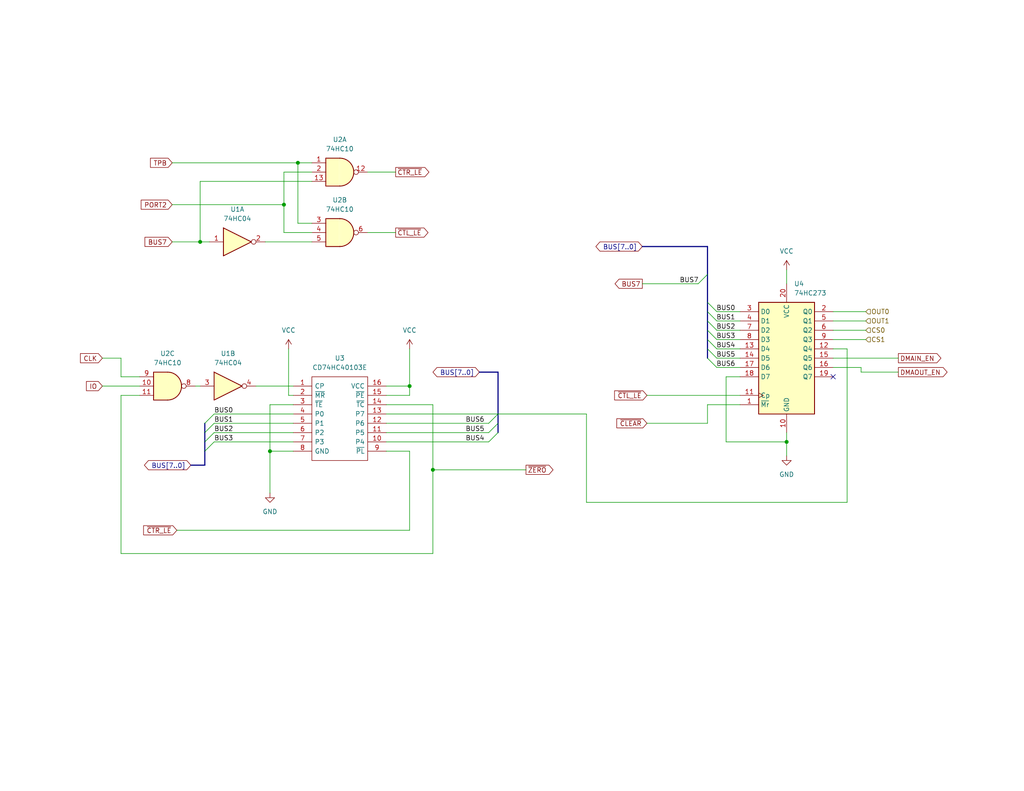
<source format=kicad_sch>
(kicad_sch (version 20211123) (generator eeschema)
  (paper "USLetter")
  (lib_symbols
    (symbol "74HCxx:74HC10" (pin_names (offset 1.016))
      (property "Reference" "U" (at 0 1.27 0))
      (property "Value" "74HC10" (at 0 -1.27 0))
      (symbol "74HC10_1_1"
        (arc (start 0 -3.81) (mid 3.81 0) (end 0 3.81) (stroke (width 0.254)) (fill (type background)))
        (polyline (pts (xy 0 3.81) (xy -3.81 3.81) (xy -3.81 -3.81) (xy 0 -3.81)) (stroke (width 0.254)) (fill (type background)))
        (pin input line (at -7.62 2.54 0) (length 3.81) (name "~") (number "1"))
        (pin output inverted (at 7.62 0 180) (length 3.81) (name "~") (number "12"))
        (pin input line (at -7.62 -2.54 0) (length 3.81) (name "~") (number "13"))
        (pin input line (at -7.62 0 0) (length 3.81) (name "~") (number "2"))
      )
      (symbol "74HC10_1_2"
        (arc (start -3.81 -3.81) (mid -2.589 0) (end -3.81 3.81) (stroke (width 0.254)))
        (arc (start -0.6096 -3.81) (mid 2.1842 -2.5851) (end 3.81 0) (stroke (width 0.254)) (fill (type background)))
        (polyline (pts (xy -3.81 -3.81) (xy -0.635 -3.81)) (stroke (width 0.254)) (fill (type background)))
        (polyline (pts (xy -3.81 3.81) (xy -0.635 3.81)) (stroke (width 0.254)) (fill (type background)))
        (polyline (pts (xy -0.635 3.81) (xy -3.81 3.81) (xy -3.81 3.81) (xy -3.556 3.4036) (xy -3.0226 2.2606) (xy -2.6924 1.0414) (xy -2.6162 -0.254) (xy -2.7686 -1.4986) (xy -3.175 -2.7178) (xy -3.81 -3.81) (xy -3.81 -3.81) (xy -0.635 -3.81)) (stroke (width -25.4)) (fill (type background)))
        (arc (start 3.81 0) (mid 2.1915 2.5936) (end -0.6096 3.81) (stroke (width 0.254)) (fill (type background)))
        (pin input inverted (at -7.62 2.54 0) (length 4.318) (name "~") (number "1"))
        (pin output line (at 7.62 0 180) (length 3.81) (name "~") (number "12"))
        (pin input inverted (at -7.62 -2.54 0) (length 4.318) (name "~") (number "13"))
        (pin input inverted (at -7.62 0 0) (length 4.953) (name "~") (number "2"))
      )
      (symbol "74HC10_2_1"
        (arc (start 0 -3.81) (mid 3.81 0) (end 0 3.81) (stroke (width 0.254)) (fill (type background)))
        (polyline (pts (xy 0 3.81) (xy -3.81 3.81) (xy -3.81 -3.81) (xy 0 -3.81)) (stroke (width 0.254)) (fill (type background)))
        (pin input line (at -7.62 2.54 0) (length 3.81) (name "~") (number "3"))
        (pin input line (at -7.62 0 0) (length 3.81) (name "~") (number "4"))
        (pin input line (at -7.62 -2.54 0) (length 3.81) (name "~") (number "5"))
        (pin output inverted (at 7.62 0 180) (length 3.81) (name "~") (number "6"))
      )
      (symbol "74HC10_2_2"
        (arc (start -3.81 -3.81) (mid -2.589 0) (end -3.81 3.81) (stroke (width 0.254)))
        (arc (start -0.6096 -3.81) (mid 2.1842 -2.5851) (end 3.81 0) (stroke (width 0.254)) (fill (type background)))
        (polyline (pts (xy -3.81 -3.81) (xy -0.635 -3.81)) (stroke (width 0.254)) (fill (type background)))
        (polyline (pts (xy -3.81 3.81) (xy -0.635 3.81)) (stroke (width 0.254)) (fill (type background)))
        (polyline (pts (xy -0.635 3.81) (xy -3.81 3.81) (xy -3.81 3.81) (xy -3.556 3.4036) (xy -3.0226 2.2606) (xy -2.6924 1.0414) (xy -2.6162 -0.254) (xy -2.7686 -1.4986) (xy -3.175 -2.7178) (xy -3.81 -3.81) (xy -3.81 -3.81) (xy -0.635 -3.81)) (stroke (width -25.4)) (fill (type background)))
        (arc (start 3.81 0) (mid 2.1915 2.5936) (end -0.6096 3.81) (stroke (width 0.254)) (fill (type background)))
        (pin input inverted (at -7.62 2.54 0) (length 4.318) (name "~") (number "3"))
        (pin input inverted (at -7.62 0 0) (length 4.953) (name "~") (number "4"))
        (pin input inverted (at -7.62 -2.54 0) (length 4.318) (name "~") (number "5"))
        (pin output line (at 7.62 0 180) (length 3.81) (name "~") (number "6"))
      )
      (symbol "74HC10_3_1"
        (arc (start 0 -3.81) (mid 3.81 0) (end 0 3.81) (stroke (width 0.254)) (fill (type background)))
        (polyline (pts (xy 0 3.81) (xy -3.81 3.81) (xy -3.81 -3.81) (xy 0 -3.81)) (stroke (width 0.254)) (fill (type background)))
        (pin input line (at -7.62 0 0) (length 3.81) (name "~") (number "10"))
        (pin input line (at -7.62 -2.54 0) (length 3.81) (name "~") (number "11"))
        (pin output inverted (at 7.62 0 180) (length 3.81) (name "~") (number "8"))
        (pin input line (at -7.62 2.54 0) (length 3.81) (name "~") (number "9"))
      )
      (symbol "74HC10_3_2"
        (arc (start -3.81 -3.81) (mid -2.589 0) (end -3.81 3.81) (stroke (width 0.254)))
        (arc (start -0.6096 -3.81) (mid 2.1842 -2.5851) (end 3.81 0) (stroke (width 0.254)) (fill (type background)))
        (polyline (pts (xy -3.81 -3.81) (xy -0.635 -3.81)) (stroke (width 0.254)) (fill (type background)))
        (polyline (pts (xy -3.81 3.81) (xy -0.635 3.81)) (stroke (width 0.254)) (fill (type background)))
        (polyline (pts (xy -0.635 3.81) (xy -3.81 3.81) (xy -3.81 3.81) (xy -3.556 3.4036) (xy -3.0226 2.2606) (xy -2.6924 1.0414) (xy -2.6162 -0.254) (xy -2.7686 -1.4986) (xy -3.175 -2.7178) (xy -3.81 -3.81) (xy -3.81 -3.81) (xy -0.635 -3.81)) (stroke (width -25.4)) (fill (type background)))
        (arc (start 3.81 0) (mid 2.1915 2.5936) (end -0.6096 3.81) (stroke (width 0.254)) (fill (type background)))
        (pin input inverted (at -7.62 0 0) (length 4.953) (name "~") (number "10"))
        (pin input inverted (at -7.62 -2.54 0) (length 4.318) (name "~") (number "11"))
        (pin output line (at 7.62 0 180) (length 3.81) (name "~") (number "8"))
        (pin input inverted (at -7.62 2.54 0) (length 4.318) (name "~") (number "9"))
      )
      (symbol "74HC10_4_0"
        (pin power_in line (at 0 12.7 270) (length 5.08) (name "VCC") (number "14"))
        (pin power_in line (at 0 -12.7 90) (length 5.08) (name "GND") (number "7"))
      )
      (symbol "74HC10_4_1"
        (rectangle (start -5.08 7.62) (end 5.08 -7.62) (stroke (width 0.254)) (fill (type background)))
      )
    )
    (symbol "74HCxx:CD74HC40103E" (pin_names (offset 0.762))
      (property "Reference" "U" (at 21.59 7.62 0))
      (property "Value" "CD74HC40103E" (at 21.59 5.08 0))
      (symbol "CD74HC40103E_0_0"
        (pin passive line (at 0 0 0) (length 5.08) (name "CP") (number "1"))
        (pin passive line (at 25.4 -15.24 180) (length 5.08) (name "P4") (number "10"))
        (pin passive line (at 25.4 -12.7 180) (length 5.08) (name "P5") (number "11"))
        (pin passive line (at 25.4 -10.16 180) (length 5.08) (name "P6") (number "12"))
        (pin passive line (at 25.4 -7.62 180) (length 5.08) (name "P7") (number "13"))
        (pin passive line (at 25.4 -5.08 180) (length 5.08) (name "~{TC}") (number "14"))
        (pin passive line (at 25.4 -2.54 180) (length 5.08) (name "~{PE}") (number "15"))
        (pin passive line (at 25.4 0 180) (length 5.08) (name "VCC") (number "16"))
        (pin passive line (at 0 -2.54 0) (length 5.08) (name "~{MR}") (number "2"))
        (pin passive line (at 0 -5.08 0) (length 5.08) (name "~{TE}") (number "3"))
        (pin passive line (at 0 -7.62 0) (length 5.08) (name "P0") (number "4"))
        (pin passive line (at 0 -10.16 0) (length 5.08) (name "P1") (number "5"))
        (pin passive line (at 0 -12.7 0) (length 5.08) (name "P2") (number "6"))
        (pin passive line (at 0 -15.24 0) (length 5.08) (name "P3") (number "7"))
        (pin passive line (at 0 -17.78 0) (length 5.08) (name "GND") (number "8"))
        (pin passive line (at 25.4 -17.78 180) (length 5.08) (name "~{PL}") (number "9"))
      )
      (symbol "CD74HC40103E_0_1"
        (polyline (pts (xy 5.08 2.54) (xy 20.32 2.54) (xy 20.32 -20.32) (xy 5.08 -20.32) (xy 5.08 2.54)) (stroke (width 0.1524)))
      )
    )
    (symbol "74xx:74HC04"
      (property "Reference" "U" (at 0 1.27 0))
      (property "Value" "74HC04" (at 0 -1.27 0))
      (symbol "74HC04_1_0"
        (polyline (pts (xy -3.81 3.81) (xy -3.81 -3.81) (xy 3.81 0) (xy -3.81 3.81)) (stroke (width 0.254)) (fill (type background)))
        (pin input line (at -7.62 0 0) (length 3.81) (name "~") (number "1"))
        (pin output inverted (at 7.62 0 180) (length 3.81) (name "~") (number "2"))
      )
      (symbol "74HC04_2_0"
        (polyline (pts (xy -3.81 3.81) (xy -3.81 -3.81) (xy 3.81 0) (xy -3.81 3.81)) (stroke (width 0.254)) (fill (type background)))
        (pin input line (at -7.62 0 0) (length 3.81) (name "~") (number "3"))
        (pin output inverted (at 7.62 0 180) (length 3.81) (name "~") (number "4"))
      )
      (symbol "74HC04_3_0"
        (polyline (pts (xy -3.81 3.81) (xy -3.81 -3.81) (xy 3.81 0) (xy -3.81 3.81)) (stroke (width 0.254)) (fill (type background)))
        (pin input line (at -7.62 0 0) (length 3.81) (name "~") (number "5"))
        (pin output inverted (at 7.62 0 180) (length 3.81) (name "~") (number "6"))
      )
      (symbol "74HC04_4_0"
        (polyline (pts (xy -3.81 3.81) (xy -3.81 -3.81) (xy 3.81 0) (xy -3.81 3.81)) (stroke (width 0.254)) (fill (type background)))
        (pin output inverted (at 7.62 0 180) (length 3.81) (name "~") (number "8"))
        (pin input line (at -7.62 0 0) (length 3.81) (name "~") (number "9"))
      )
      (symbol "74HC04_5_0"
        (polyline (pts (xy -3.81 3.81) (xy -3.81 -3.81) (xy 3.81 0) (xy -3.81 3.81)) (stroke (width 0.254)) (fill (type background)))
        (pin output inverted (at 7.62 0 180) (length 3.81) (name "~") (number "10"))
        (pin input line (at -7.62 0 0) (length 3.81) (name "~") (number "11"))
      )
      (symbol "74HC04_6_0"
        (polyline (pts (xy -3.81 3.81) (xy -3.81 -3.81) (xy 3.81 0) (xy -3.81 3.81)) (stroke (width 0.254)) (fill (type background)))
        (pin output inverted (at 7.62 0 180) (length 3.81) (name "~") (number "12"))
        (pin input line (at -7.62 0 0) (length 3.81) (name "~") (number "13"))
      )
      (symbol "74HC04_7_0"
        (pin power_in line (at 0 12.7 270) (length 5.08) (name "VCC") (number "14"))
        (pin power_in line (at 0 -12.7 90) (length 5.08) (name "GND") (number "7"))
      )
      (symbol "74HC04_7_1"
        (rectangle (start -5.08 7.62) (end 5.08 -7.62) (stroke (width 0.254)) (fill (type background)))
      )
    )
    (symbol "74xx:74HC273"
      (property "Reference" "U" (at -7.62 16.51 0))
      (property "Value" "74HC273" (at -7.62 -16.51 0))
      (symbol "74HC273_1_0"
        (pin input line (at -12.7 -12.7 0) (length 5.08) (name "~{Mr}") (number "1"))
        (pin power_in line (at 0 -20.32 90) (length 5.08) (name "GND") (number "10"))
        (pin input clock (at -12.7 -10.16 0) (length 5.08) (name "Cp") (number "11"))
        (pin output line (at 12.7 2.54 180) (length 5.08) (name "Q4") (number "12"))
        (pin input line (at -12.7 2.54 0) (length 5.08) (name "D4") (number "13"))
        (pin input line (at -12.7 0 0) (length 5.08) (name "D5") (number "14"))
        (pin output line (at 12.7 0 180) (length 5.08) (name "Q5") (number "15"))
        (pin output line (at 12.7 -2.54 180) (length 5.08) (name "Q6") (number "16"))
        (pin input line (at -12.7 -2.54 0) (length 5.08) (name "D6") (number "17"))
        (pin input line (at -12.7 -5.08 0) (length 5.08) (name "D7") (number "18"))
        (pin output line (at 12.7 -5.08 180) (length 5.08) (name "Q7") (number "19"))
        (pin output line (at 12.7 12.7 180) (length 5.08) (name "Q0") (number "2"))
        (pin power_in line (at 0 20.32 270) (length 5.08) (name "VCC") (number "20"))
        (pin input line (at -12.7 12.7 0) (length 5.08) (name "D0") (number "3"))
        (pin input line (at -12.7 10.16 0) (length 5.08) (name "D1") (number "4"))
        (pin output line (at 12.7 10.16 180) (length 5.08) (name "Q1") (number "5"))
        (pin output line (at 12.7 7.62 180) (length 5.08) (name "Q2") (number "6"))
        (pin input line (at -12.7 7.62 0) (length 5.08) (name "D2") (number "7"))
        (pin input line (at -12.7 5.08 0) (length 5.08) (name "D3") (number "8"))
        (pin output line (at 12.7 5.08 180) (length 5.08) (name "Q3") (number "9"))
      )
      (symbol "74HC273_1_1"
        (rectangle (start -7.62 15.24) (end 7.62 -15.24) (stroke (width 0.254)) (fill (type background)))
      )
    )
    (symbol "power:GND" (power) (pin_names (offset 0))
      (property "Value" "GND" (at 0 -3.81 0))
      (symbol "GND_0_1"
        (polyline (pts (xy 0 0) (xy 0 -1.27) (xy 1.27 -1.27) (xy 0 -2.54) (xy -1.27 -1.27) (xy 0 -1.27)))
      )
      (symbol "GND_1_1"
        (pin power_in line (at 0 0 270) (length 0) hide (name "GND") (number "1"))
      )
    )
    (symbol "power:VCC" (power) (pin_names (offset 0))
      (property "Value" "VCC" (at 0 3.81 0))
      (symbol "VCC_0_1"
        (polyline (pts (xy -0.762 1.27) (xy 0 2.54)))
        (polyline (pts (xy 0 0) (xy 0 2.54)))
        (polyline (pts (xy 0 2.54) (xy 0.762 1.27)))
      )
      (symbol "VCC_1_1"
        (pin power_in line (at 0 0 90) (length 0) hide (name "VCC") (number "1"))
      )
    )
  )
  (junction (at 111.76 105.41))
  (junction (at 54.61 66.04))
  (junction (at 81.28 44.45))
  (junction (at 77.47 55.88))
  (junction (at 73.66 123.19))
  (junction (at 214.63 120.65))
  (junction (at 118.11 128.27))
  (no_connect (at 227.33 102.87))
  (bus_entry (at 133.35 120.65) (size 2.54 -2.54))
  (bus_entry (at 55.88 115.57) (size 2.54 -2.54))
  (bus_entry (at 55.88 118.11) (size 2.54 -2.54))
  (bus_entry (at 55.88 120.65) (size 2.54 -2.54))
  (bus_entry (at 193.04 97.79) (size 2.54 2.54))
  (bus_entry (at 190.5 77.47) (size 2.54 -2.54))
  (bus_entry (at 193.04 95.25) (size 2.54 2.54))
  (bus_entry (at 193.04 92.71) (size 2.54 2.54))
  (bus_entry (at 193.04 85.09) (size 2.54 2.54))
  (bus_entry (at 193.04 82.55) (size 2.54 2.54))
  (bus_entry (at 193.04 87.63) (size 2.54 2.54))
  (bus_entry (at 193.04 90.17) (size 2.54 2.54))
  (bus_entry (at 55.88 123.19) (size 2.54 -2.54))
  (bus_entry (at 133.35 118.11) (size 2.54 -2.54))
  (bus_entry (at 133.35 115.57) (size 2.54 -2.54))
  (wire (pts (xy 77.47 46.99) (xy 77.47 55.88)))
  (wire (pts (xy 111.76 123.19) (xy 111.76 144.78)))
  (wire (pts (xy 33.02 107.95) (xy 38.1 107.95)))
  (wire (pts (xy 234.95 100.33) (xy 234.95 101.6)))
  (wire (pts (xy 73.66 110.49) (xy 73.66 123.19)))
  (wire (pts (xy 33.02 97.79) (xy 33.02 102.87)))
  (wire (pts (xy 231.14 95.25) (xy 231.14 137.16)))
  (wire (pts (xy 175.26 77.47) (xy 190.5 77.47)))
  (wire (pts (xy 54.61 49.53) (xy 54.61 66.04)))
  (wire (pts (xy 135.89 113.03) (xy 160.02 113.03)))
  (bus (pts (xy 55.88 120.65) (xy 55.88 123.19)))
  (wire (pts (xy 81.28 60.96) (xy 81.28 44.45)))
  (wire (pts (xy 73.66 123.19) (xy 73.66 134.62)))
  (wire (pts (xy 54.61 66.04) (xy 57.15 66.04)))
  (wire (pts (xy 111.76 105.41) (xy 111.76 107.95)))
  (wire (pts (xy 198.12 120.65) (xy 214.63 120.65)))
  (wire (pts (xy 105.41 120.65) (xy 133.35 120.65)))
  (bus (pts (xy 193.04 92.71) (xy 193.04 95.25)))
  (bus (pts (xy 193.04 95.25) (xy 193.04 97.79)))
  (wire (pts (xy 77.47 55.88) (xy 77.47 63.5)))
  (wire (pts (xy 105.41 105.41) (xy 111.76 105.41)))
  (wire (pts (xy 118.11 110.49) (xy 118.11 128.27)))
  (wire (pts (xy 72.39 66.04) (xy 85.09 66.04)))
  (wire (pts (xy 77.47 46.99) (xy 85.09 46.99)))
  (wire (pts (xy 111.76 105.41) (xy 111.76 95.25)))
  (wire (pts (xy 85.09 60.96) (xy 81.28 60.96)))
  (bus (pts (xy 52.07 127) (xy 55.88 127)))
  (wire (pts (xy 46.99 66.04) (xy 54.61 66.04)))
  (bus (pts (xy 55.88 118.11) (xy 55.88 120.65)))
  (wire (pts (xy 33.02 107.95) (xy 33.02 151.13)))
  (wire (pts (xy 53.34 105.41) (xy 54.61 105.41)))
  (wire (pts (xy 195.58 97.79) (xy 201.93 97.79)))
  (wire (pts (xy 227.33 92.71) (xy 236.22 92.71)))
  (wire (pts (xy 118.11 128.27) (xy 118.11 151.13)))
  (wire (pts (xy 195.58 95.25) (xy 201.93 95.25)))
  (bus (pts (xy 135.89 113.03) (xy 135.89 115.57)))
  (bus (pts (xy 130.81 101.6) (xy 135.89 101.6)))
  (wire (pts (xy 118.11 128.27) (xy 143.51 128.27)))
  (wire (pts (xy 58.42 120.65) (xy 80.01 120.65)))
  (wire (pts (xy 58.42 115.57) (xy 80.01 115.57)))
  (wire (pts (xy 48.26 144.78) (xy 111.76 144.78)))
  (wire (pts (xy 227.33 87.63) (xy 236.22 87.63)))
  (wire (pts (xy 195.58 85.09) (xy 201.93 85.09)))
  (wire (pts (xy 73.66 123.19) (xy 80.01 123.19)))
  (wire (pts (xy 227.33 97.79) (xy 245.11 97.79)))
  (wire (pts (xy 160.02 113.03) (xy 160.02 137.16)))
  (wire (pts (xy 78.74 107.95) (xy 80.01 107.95)))
  (wire (pts (xy 195.58 87.63) (xy 201.93 87.63)))
  (wire (pts (xy 81.28 44.45) (xy 85.09 44.45)))
  (wire (pts (xy 198.12 102.87) (xy 198.12 120.65)))
  (wire (pts (xy 27.94 105.41) (xy 38.1 105.41)))
  (bus (pts (xy 55.88 115.57) (xy 55.88 118.11)))
  (wire (pts (xy 195.58 92.71) (xy 201.93 92.71)))
  (wire (pts (xy 80.01 110.49) (xy 73.66 110.49)))
  (wire (pts (xy 193.04 110.49) (xy 201.93 110.49)))
  (bus (pts (xy 193.04 67.31) (xy 193.04 74.93)))
  (wire (pts (xy 58.42 113.03) (xy 80.01 113.03)))
  (wire (pts (xy 100.33 46.99) (xy 107.95 46.99)))
  (bus (pts (xy 193.04 82.55) (xy 193.04 85.09)))
  (wire (pts (xy 33.02 102.87) (xy 38.1 102.87)))
  (wire (pts (xy 78.74 95.25) (xy 78.74 107.95)))
  (wire (pts (xy 105.41 118.11) (xy 133.35 118.11)))
  (wire (pts (xy 100.33 63.5) (xy 107.95 63.5)))
  (wire (pts (xy 201.93 102.87) (xy 198.12 102.87)))
  (wire (pts (xy 85.09 63.5) (xy 77.47 63.5)))
  (bus (pts (xy 193.04 74.93) (xy 193.04 82.55)))
  (wire (pts (xy 105.41 107.95) (xy 111.76 107.95)))
  (wire (pts (xy 33.02 151.13) (xy 118.11 151.13)))
  (wire (pts (xy 214.63 73.66) (xy 214.63 77.47)))
  (wire (pts (xy 227.33 95.25) (xy 231.14 95.25)))
  (wire (pts (xy 195.58 90.17) (xy 201.93 90.17)))
  (wire (pts (xy 85.09 49.53) (xy 54.61 49.53)))
  (wire (pts (xy 58.42 118.11) (xy 80.01 118.11)))
  (wire (pts (xy 46.99 55.88) (xy 77.47 55.88)))
  (wire (pts (xy 46.99 44.45) (xy 81.28 44.45)))
  (wire (pts (xy 176.53 115.57) (xy 193.04 115.57)))
  (wire (pts (xy 105.41 123.19) (xy 111.76 123.19)))
  (wire (pts (xy 27.94 97.79) (xy 33.02 97.79)))
  (wire (pts (xy 227.33 90.17) (xy 236.22 90.17)))
  (wire (pts (xy 160.02 137.16) (xy 231.14 137.16)))
  (wire (pts (xy 105.41 110.49) (xy 118.11 110.49)))
  (wire (pts (xy 69.85 105.41) (xy 80.01 105.41)))
  (wire (pts (xy 105.41 113.03) (xy 135.89 113.03)))
  (bus (pts (xy 135.89 101.6) (xy 135.89 113.03)))
  (wire (pts (xy 214.63 120.65) (xy 214.63 124.46)))
  (bus (pts (xy 193.04 87.63) (xy 193.04 85.09)))
  (wire (pts (xy 105.41 115.57) (xy 133.35 115.57)))
  (wire (pts (xy 227.33 100.33) (xy 234.95 100.33)))
  (bus (pts (xy 193.04 90.17) (xy 193.04 92.71)))
  (wire (pts (xy 195.58 100.33) (xy 201.93 100.33)))
  (wire (pts (xy 193.04 115.57) (xy 193.04 110.49)))
  (bus (pts (xy 175.26 67.31) (xy 193.04 67.31)))
  (wire (pts (xy 234.95 101.6) (xy 245.11 101.6)))
  (bus (pts (xy 55.88 123.19) (xy 55.88 127)))
  (wire (pts (xy 176.53 107.95) (xy 201.93 107.95)))
  (bus (pts (xy 193.04 87.63) (xy 193.04 90.17)))
  (wire (pts (xy 214.63 118.11) (xy 214.63 120.65)))
  (wire (pts (xy 227.33 85.09) (xy 236.22 85.09)))
  (bus (pts (xy 135.89 115.57) (xy 135.89 118.11)))
  (label "BUS0" (at 58.42 113.03 0))
  (label "BUS2" (at 200.66 90.17 180))
  (label "BUS4" (at 127 120.65 0))
  (label "BUS0" (at 200.66 85.09 180))
  (label "BUS4" (at 200.66 95.25 180))
  (label "BUS1" (at 58.42 115.57 0))
  (label "BUS6" (at 200.66 100.33 180))
  (label "BUS6" (at 127 115.57 0))
  (label "BUS1" (at 200.66 87.63 180))
  (label "BUS3" (at 58.42 120.65 0))
  (label "BUS2" (at 58.42 118.11 0))
  (label "BUS3" (at 200.66 92.71 180))
  (label "BUS5" (at 127 118.11 0))
  (label "BUS5" (at 200.66 97.79 180))
  (label "BUS7" (at 185.42 77.47 0))
  (global_label "DMAIN_EN" (shape output) (at 245.11 97.79 0) (property "Intersheet References" "${INTERSHEET_REFS}" (effects hide)))
  (global_label "~{ZERO}" (shape output) (at 143.51 128.27 0) (property "Intersheet References" "${INTERSHEET_REFS}" (effects hide)))
  (global_label "IO" (shape input) (at 27.94 105.41 180) (property "Intersheet References" "${INTERSHEET_REFS}" (effects hide)))
  (global_label "~{CTR_LE}" (shape input) (at 48.26 144.78 180) (property "Intersheet References" "${INTERSHEET_REFS}" (effects hide)))
  (global_label "TPB" (shape input) (at 46.99 44.45 180) (property "Intersheet References" "${INTERSHEET_REFS}" (effects hide)))
  (global_label "BUS7" (shape output) (at 175.26 77.47 180) (property "Intersheet References" "${INTERSHEET_REFS}" (effects hide)))
  (global_label "~{CTR_LE}" (shape output) (at 107.95 46.99 0) (property "Intersheet References" "${INTERSHEET_REFS}" (effects hide)))
  (global_label "CLK" (shape input) (at 27.94 97.79 180) (property "Intersheet References" "${INTERSHEET_REFS}" (effects hide)))
  (global_label "~{CTL_LE}" (shape output) (at 107.95 63.5 0) (property "Intersheet References" "${INTERSHEET_REFS}" (effects hide)))
  (global_label "BUS[7..0]" (shape bidirectional) (at 52.07 127 180) (property "Intersheet References" "${INTERSHEET_REFS}" (effects hide)))
  (global_label "BUS[7..0]" (shape bidirectional) (at 175.26 67.31 180) (property "Intersheet References" "${INTERSHEET_REFS}" (effects hide)))
  (global_label "~{CLEAR}" (shape input) (at 176.53 115.57 180) (property "Intersheet References" "${INTERSHEET_REFS}" (effects hide)))
  (global_label "PORT2" (shape input) (at 46.99 55.88 180) (property "Intersheet References" "${INTERSHEET_REFS}" (effects hide)))
  (global_label "BUS[7..0]" (shape bidirectional) (at 130.81 101.6 180) (property "Intersheet References" "${INTERSHEET_REFS}" (effects hide)))
  (global_label "BUS7" (shape input) (at 46.99 66.04 180) (property "Intersheet References" "${INTERSHEET_REFS}" (effects hide)))
  (global_label "DMAOUT_EN" (shape output) (at 245.11 101.6 0) (property "Intersheet References" "${INTERSHEET_REFS}" (effects hide)))
  (global_label "~{CTL_LE}" (shape input) (at 176.53 107.95 180) (property "Intersheet References" "${INTERSHEET_REFS}" (effects hide)))
  (hierarchical_label "CS0" (shape input) (at 236.22 90.17 0))
  (hierarchical_label "OUT0" (shape input) (at 236.22 85.09 0))
  (hierarchical_label "CS1" (shape input) (at 236.22 92.71 0))
  (hierarchical_label "OUT1" (shape input) (at 236.22 87.63 0))
  (symbol (lib_id "74HCxx:74HC10") (at 92.71 63.5 0) (unit 2)
    (property "Reference" "U2" (at 92.71 54.61 0))
    (property "Value" "74HC10" (at 92.71 57.15 0))
    (property "Footprint" "Package_DIP:DIP-14_W7.62mm_Socket" (effects hide))
    (property "Datasheet" "https://www.ti.com/lit/ds/symlink/sn74hc10.pdf" (effects hide))
  )
  (symbol (lib_id "74xx:74HC04") (at 64.77 66.04 0) (unit 1)
    (property "Reference" "U1" (at 64.77 57.15 0))
    (property "Value" "74HC04" (at 64.77 59.69 0))
    (property "Footprint" "Package_DIP:DIP-14_W7.62mm_Socket" (effects hide))
    (property "Datasheet" "https://assets.nexperia.com/documents/data-sheet/74HC_HCT04.pdf" (effects hide))
  )
  (symbol (lib_id "power:VCC") (at 111.76 95.25 0) (unit 1)
    (property "Reference" "#PWR010" (effects hide))
    (property "Value" "VCC" (at 111.76 90.17 0))
  )
  (symbol (lib_id "74xx:74HC273") (at 214.63 97.79 0) (unit 1)
    (property "Reference" "U4" (at 216.6494 77.47 0) (effects (justify left)))
    (property "Value" "74HC273" (at 216.6494 80.01 0) (effects (justify left)))
    (property "Footprint" "Package_DIP:DIP-20_W7.62mm_Socket" (effects hide))
    (property "Datasheet" "https://assets.nexperia.com/documents/data-sheet/74HC_HCT273.pdf" (effects hide))
  )
  (symbol (lib_id "power:VCC") (at 78.74 95.25 0) (unit 1)
    (property "Reference" "#PWR09" (effects hide))
    (property "Value" "VCC" (at 78.74 90.17 0))
  )
  (symbol (lib_id "power:GND") (at 73.66 134.62 0) (unit 1)
    (property "Reference" "#PWR08" (effects hide))
    (property "Value" "GND" (at 73.66 139.7 0))
  )
  (symbol (lib_id "74HCxx:74HC10") (at 92.71 46.99 0) (unit 1)
    (property "Reference" "U2" (at 92.71 38.1 0))
    (property "Value" "74HC10" (at 92.71 40.64 0))
    (property "Footprint" "Package_DIP:DIP-14_W7.62mm_Socket" (effects hide))
    (property "Datasheet" "https://www.ti.com/lit/ds/symlink/sn74hc10.pdf" (effects hide))
  )
  (symbol (lib_id "power:GND") (at 214.63 124.46 0) (unit 1)
    (property "Reference" "#PWR012" (effects hide))
    (property "Value" "GND" (at 214.63 129.54 0))
  )
  (symbol (lib_id "74HCxx:CD74HC40103E") (at 80.01 105.41 0) (unit 1)
    (property "Reference" "U3" (at 92.71 97.79 0))
    (property "Value" "CD74HC40103E" (at 92.71 100.33 0))
    (property "Footprint" "Package_DIP:DIP-16_W7.62mm_Socket" (effects hide))
    (property "Datasheet" "http://www.ti.com/lit/ds/symlink/cd74hc40103.pdf" (effects hide))
    (property "Description" "CD74HC40103E, 8-stage Binary Counter, Down Counter, 2  6 V, 16-Pin PDIP" (effects hide))
    (property "Height" "5.08" (effects hide))
    (property "Mouser Part Number" "595-CD74HC40103E" (effects hide))
    (property "Mouser Price/Stock" "https://www.mouser.co.uk/ProductDetail/Texas-Instruments/CD74HC40103E?qs=N6WZOzgtpqXzVoqOga9Fsw%3D%3D" (effects hide))
    (property "Manufacturer_Name" "Texas Instruments" (effects hide))
    (property "Manufacturer_Part_Number" "CD74HC40103E" (effects hide))
  )
  (symbol (lib_id "power:VCC") (at 214.63 73.66 0) (unit 1)
    (property "Reference" "#PWR011" (effects hide))
    (property "Value" "VCC" (at 214.63 68.58 0))
  )
  (symbol (lib_id "74xx:74HC04") (at 62.23 105.41 0) (unit 2)
    (property "Reference" "U1" (at 62.23 96.52 0))
    (property "Value" "74HC04" (at 62.23 99.06 0))
    (property "Footprint" "Package_DIP:DIP-14_W7.62mm_Socket" (effects hide))
    (property "Datasheet" "https://assets.nexperia.com/documents/data-sheet/74HC_HCT04.pdf" (effects hide))
  )
  (symbol (lib_id "74HCxx:74HC10") (at 45.72 105.41 0) (unit 3)
    (property "Reference" "U2" (at 45.72 96.52 0))
    (property "Value" "74HC10" (at 45.72 99.06 0))
    (property "Footprint" "Package_DIP:DIP-14_W7.62mm_Socket" (effects hide))
    (property "Datasheet" "https://www.ti.com/lit/ds/symlink/sn74hc10.pdf" (effects hide))
  )
)
</source>
